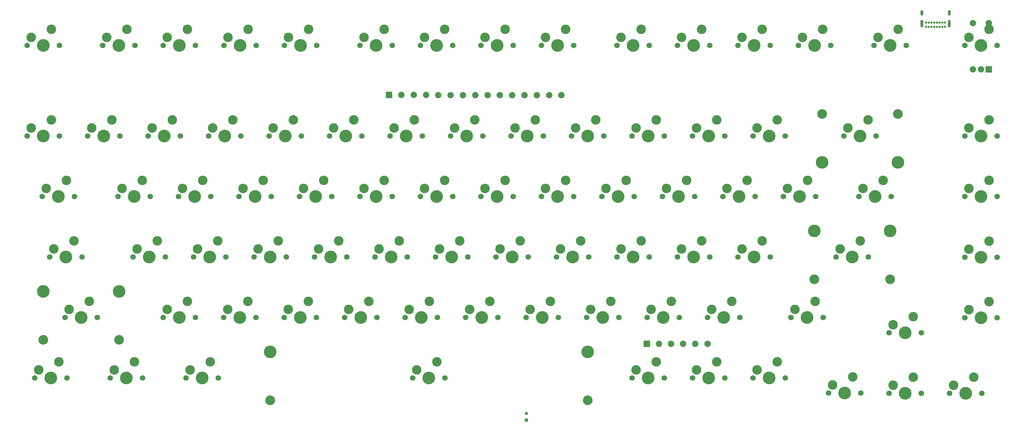
<source format=gbr>
%TF.GenerationSoftware,KiCad,Pcbnew,(6.0.0)*%
%TF.CreationDate,2022-01-14T20:24:59+07:00*%
%TF.ProjectId,fese75,66657365-3735-42e6-9b69-6361645f7063,rev?*%
%TF.SameCoordinates,Original*%
%TF.FileFunction,Soldermask,Top*%
%TF.FilePolarity,Negative*%
%FSLAX46Y46*%
G04 Gerber Fmt 4.6, Leading zero omitted, Abs format (unit mm)*
G04 Created by KiCad (PCBNEW (6.0.0)) date 2022-01-14 20:24:59*
%MOMM*%
%LPD*%
G01*
G04 APERTURE LIST*
%ADD10C,4.000000*%
%ADD11C,1.750000*%
%ADD12C,3.000000*%
%ADD13C,1.000000*%
%ADD14C,0.700000*%
%ADD15O,0.900000X2.400000*%
%ADD16O,0.900000X1.700000*%
%ADD17C,3.987800*%
%ADD18C,3.048000*%
%ADD19R,1.000000X1.000000*%
%ADD20C,2.000000*%
%ADD21R,2.000000X2.000000*%
G04 APERTURE END LIST*
D10*
%TO.C,R1*%
X128181250Y-107993750D03*
D11*
X133261250Y-107993750D03*
D12*
X130721250Y-102913750D03*
D11*
X123101250Y-107993750D03*
D12*
X124371250Y-105453750D03*
%TD*%
%TO.C,H1*%
X173583750Y-121963750D03*
X167233750Y-124503750D03*
D11*
X176123750Y-127043750D03*
D10*
X171043750Y-127043750D03*
D11*
X165963750Y-127043750D03*
%TD*%
D10*
%TO.C,/1*%
X256768750Y-146093750D03*
D11*
X251688750Y-146093750D03*
X261848750Y-146093750D03*
D12*
X259308750Y-141013750D03*
X252958750Y-143553750D03*
%TD*%
D11*
%TO.C,[1*%
X266611250Y-107993750D03*
X256451250Y-107993750D03*
D10*
X261531250Y-107993750D03*
D12*
X264071250Y-102913750D03*
X257721250Y-105453750D03*
%TD*%
D11*
%TO.C,MX8*%
X189776250Y-88943750D03*
D12*
X191046250Y-86403750D03*
D10*
X194856250Y-88943750D03*
D11*
X199936250Y-88943750D03*
D12*
X197396250Y-83863750D03*
%TD*%
D10*
%TO.C,UP1*%
X313918750Y-150856250D03*
D12*
X310108750Y-148316250D03*
D11*
X318998750Y-150856250D03*
X308838750Y-150856250D03*
D12*
X316458750Y-145776250D03*
%TD*%
D11*
%TO.C,F7*%
X190454106Y-60368750D03*
D12*
X187914106Y-55288750D03*
X181564106Y-57828750D03*
D10*
X185374106Y-60368750D03*
D11*
X180294106Y-60368750D03*
%TD*%
D10*
%TO.C,WIN1*%
X68650000Y-165143750D03*
D12*
X71190000Y-160063750D03*
D11*
X63570000Y-165143750D03*
X73730000Y-165143750D03*
D12*
X64840000Y-162603750D03*
%TD*%
D10*
%TO.C,MX6*%
X156756250Y-88943750D03*
D12*
X159296250Y-83863750D03*
D11*
X161836250Y-88943750D03*
D12*
X152946250Y-86403750D03*
D11*
X151676250Y-88943750D03*
%TD*%
D12*
%TO.C,TAB1*%
X43408750Y-105453750D03*
D11*
X52298750Y-107993750D03*
X42138750Y-107993750D03*
D10*
X47218750Y-107993750D03*
D12*
X49758750Y-102913750D03*
%TD*%
%TO.C,MX7*%
X171996250Y-86403750D03*
D10*
X175806250Y-88943750D03*
D11*
X180886250Y-88943750D03*
X170726250Y-88943750D03*
D12*
X178346250Y-83863750D03*
%TD*%
%TO.C,MX5*%
X140246250Y-83863750D03*
X133896250Y-86403750D03*
D10*
X137706250Y-88943750D03*
D11*
X142786250Y-88943750D03*
X132626250Y-88943750D03*
%TD*%
D12*
%TO.C,Q1*%
X67221250Y-105453750D03*
X73571250Y-102913750D03*
D11*
X76111250Y-107993750D03*
D10*
X71031250Y-107993750D03*
D11*
X65951250Y-107993750D03*
%TD*%
D10*
%TO.C,BACK1*%
X299631250Y-88943750D03*
D12*
X302171250Y-83863750D03*
D11*
X294551250Y-88943750D03*
X304711250Y-88943750D03*
D12*
X295821250Y-86403750D03*
%TD*%
%TO.C,E1*%
X111671250Y-102913750D03*
D10*
X109131250Y-107993750D03*
D12*
X105321250Y-105453750D03*
D11*
X114211250Y-107993750D03*
X104051250Y-107993750D03*
%TD*%
D12*
%TO.C,;1*%
X243433750Y-124503750D03*
D11*
X242163750Y-127043750D03*
X252323750Y-127043750D03*
D10*
X247243750Y-127043750D03*
D12*
X249783750Y-121963750D03*
%TD*%
D11*
%TO.C,\u002C1*%
X213588750Y-146093750D03*
X223748750Y-146093750D03*
D12*
X214858750Y-143553750D03*
X221208750Y-141013750D03*
D10*
X218668750Y-146093750D03*
%TD*%
D11*
%TO.C,P1*%
X247561250Y-107993750D03*
X237401250Y-107993750D03*
D10*
X242481250Y-107993750D03*
D12*
X238671250Y-105453750D03*
X245021250Y-102913750D03*
%TD*%
D11*
%TO.C,ALT2*%
X238036250Y-165143750D03*
D12*
X235496250Y-160063750D03*
D10*
X232956250Y-165143750D03*
D11*
X227876250Y-165143750D03*
D12*
X229146250Y-162603750D03*
%TD*%
%TO.C,X1*%
X106908750Y-141013750D03*
D10*
X104368750Y-146093750D03*
D11*
X99288750Y-146093750D03*
X109448750Y-146093750D03*
D12*
X100558750Y-143553750D03*
%TD*%
D11*
%TO.C,ENTER1*%
X302330000Y-127043750D03*
D12*
X293440000Y-124503750D03*
D10*
X297250000Y-127043750D03*
D11*
X292170000Y-127043750D03*
D12*
X299790000Y-121963750D03*
%TD*%
D13*
%TO.C,TP1*%
X194600000Y-176300000D03*
%TD*%
D12*
%TO.C,OPT3*%
X340271250Y-102926250D03*
X333921250Y-105466250D03*
D10*
X337731250Y-108006250D03*
D11*
X342811250Y-108006250D03*
X332651250Y-108006250D03*
%TD*%
D12*
%TO.C,F5*%
X149771250Y-55288750D03*
X143421250Y-57828750D03*
D10*
X147231250Y-60368750D03*
D11*
X142151250Y-60368750D03*
X152311250Y-60368750D03*
%TD*%
D12*
%TO.C,F9*%
X230745656Y-55288750D03*
D11*
X223125656Y-60368750D03*
D10*
X228205656Y-60368750D03*
D12*
X224395656Y-57828750D03*
D11*
X233285656Y-60368750D03*
%TD*%
D12*
%TO.C,OPT2*%
X340271250Y-83863750D03*
D11*
X342811250Y-88943750D03*
D12*
X333921250Y-86403750D03*
D10*
X337731250Y-88943750D03*
D11*
X332651250Y-88943750D03*
%TD*%
%TO.C,ALT1*%
X97542500Y-165143750D03*
X87382500Y-165143750D03*
D10*
X92462500Y-165143750D03*
D12*
X95002500Y-160063750D03*
X88652500Y-162603750D03*
%TD*%
D11*
%TO.C,`~1*%
X47536250Y-88943750D03*
X37376250Y-88943750D03*
D12*
X44996250Y-83863750D03*
X38646250Y-86403750D03*
D10*
X42456250Y-88943750D03*
%TD*%
%TO.C,J1*%
X190093750Y-127043750D03*
D12*
X192633750Y-121963750D03*
D11*
X185013750Y-127043750D03*
X195173750Y-127043750D03*
D12*
X186283750Y-124503750D03*
%TD*%
D11*
%TO.C,O1*%
X228511250Y-107993750D03*
D12*
X219621250Y-105453750D03*
D10*
X223431250Y-107993750D03*
D11*
X218351250Y-107993750D03*
D12*
X225971250Y-102913750D03*
%TD*%
D10*
%TO.C,F13*%
X132943750Y-127043750D03*
D11*
X127863750Y-127043750D03*
D12*
X129133750Y-124503750D03*
X135483750Y-121963750D03*
D11*
X138023750Y-127043750D03*
%TD*%
%TO.C,L1*%
X223113750Y-127043750D03*
D12*
X224383750Y-124503750D03*
D11*
X233273750Y-127043750D03*
D10*
X228193750Y-127043750D03*
D12*
X230733750Y-121963750D03*
%TD*%
D10*
%TO.C,B1*%
X161518750Y-146093750D03*
D12*
X164058750Y-141013750D03*
X157708750Y-143553750D03*
D11*
X166598750Y-146093750D03*
X156438750Y-146093750D03*
%TD*%
D14*
%TO.C,J2*%
X326443750Y-54537500D03*
X325593750Y-54537500D03*
X324743750Y-54537500D03*
X323893750Y-54537500D03*
X323043750Y-54537500D03*
X322193750Y-54537500D03*
X321343750Y-54537500D03*
X320493750Y-54537500D03*
X320493750Y-53187500D03*
X321343750Y-53187500D03*
X322193750Y-53187500D03*
X323043750Y-53187500D03*
X323893750Y-53187500D03*
X324743750Y-53187500D03*
X325593750Y-53187500D03*
X326443750Y-53187500D03*
D15*
X319143750Y-53557500D03*
X327793750Y-53557500D03*
D16*
X319143750Y-50177500D03*
X327793750Y-50177500D03*
%TD*%
D11*
%TO.C,MX9*%
X218986250Y-88943750D03*
D12*
X210096250Y-86403750D03*
D10*
X213906250Y-88943750D03*
D12*
X216446250Y-83863750D03*
D11*
X208826250Y-88943750D03*
%TD*%
D12*
%TO.C,SPACE1*%
X160090000Y-162603750D03*
D11*
X168980000Y-165143750D03*
X158820000Y-165143750D03*
D12*
X166440000Y-160063750D03*
D10*
X163900000Y-165143750D03*
%TD*%
D11*
%TO.C,F1*%
X61188750Y-60368750D03*
D12*
X62458750Y-57828750D03*
D10*
X66268750Y-60368750D03*
D12*
X68808750Y-55288750D03*
D11*
X71348750Y-60368750D03*
%TD*%
%TO.C,DEL1*%
X314236250Y-60368750D03*
D10*
X309156250Y-60368750D03*
D11*
X304076250Y-60368750D03*
D12*
X305346250Y-57828750D03*
X311696250Y-55288750D03*
%TD*%
D10*
%TO.C,D46*%
X113893750Y-127043750D03*
D12*
X110083750Y-124503750D03*
X116433750Y-121963750D03*
D11*
X108813750Y-127043750D03*
X118973750Y-127043750D03*
%TD*%
D17*
%TO.C,REF\u002A\u002A*%
X287693250Y-97198750D03*
D18*
X287693250Y-81958750D03*
D17*
X311569250Y-97198750D03*
D18*
X311569250Y-81958750D03*
%TD*%
D12*
%TO.C,U1*%
X181521250Y-105453750D03*
D11*
X190411250Y-107993750D03*
D12*
X187871250Y-102913750D03*
D10*
X185331250Y-107993750D03*
D11*
X180251250Y-107993750D03*
%TD*%
D12*
%TO.C,V1*%
X138658750Y-143553750D03*
X145008750Y-141013750D03*
D11*
X137388750Y-146093750D03*
X147548750Y-146093750D03*
D10*
X142468750Y-146093750D03*
%TD*%
D12*
%TO.C,G1*%
X148183750Y-124503750D03*
D11*
X157073750Y-127043750D03*
D10*
X151993750Y-127043750D03*
D11*
X146913750Y-127043750D03*
D12*
X154533750Y-121963750D03*
%TD*%
%TO.C,Z1*%
X81508750Y-143553750D03*
D11*
X90398750Y-146093750D03*
D10*
X85318750Y-146093750D03*
D12*
X87858750Y-141013750D03*
D11*
X80238750Y-146093750D03*
%TD*%
%TO.C,'1*%
X271373750Y-127043750D03*
D12*
X268833750Y-121963750D03*
D11*
X261213750Y-127043750D03*
D12*
X262483750Y-124503750D03*
D10*
X266293750Y-127043750D03*
%TD*%
%TO.C,CTL1*%
X271056250Y-165143750D03*
D11*
X265976250Y-165143750D03*
D12*
X267246250Y-162603750D03*
D11*
X276136250Y-165143750D03*
D12*
X273596250Y-160063750D03*
%TD*%
D11*
%TO.C,Y1*%
X161201250Y-107993750D03*
D12*
X162471250Y-105453750D03*
X168821250Y-102913750D03*
D10*
X166281250Y-107993750D03*
D11*
X171361250Y-107993750D03*
%TD*%
%TO.C,W1*%
X85001250Y-107993750D03*
D12*
X92621250Y-102913750D03*
X86271250Y-105453750D03*
D10*
X90081250Y-107993750D03*
D11*
X95161250Y-107993750D03*
%TD*%
%TO.C,F3*%
X99306309Y-60368750D03*
X109466309Y-60368750D03*
D10*
X104386309Y-60368750D03*
D12*
X100576309Y-57828750D03*
X106926309Y-55288750D03*
%TD*%
D10*
%TO.C,LEFT1*%
X294850000Y-169887500D03*
D11*
X289770000Y-169887500D03*
D12*
X297390000Y-164807500D03*
D11*
X299930000Y-169887500D03*
D12*
X291040000Y-167347500D03*
%TD*%
%TO.C,C1*%
X125958750Y-141013750D03*
D11*
X118338750Y-146093750D03*
D12*
X119608750Y-143553750D03*
D11*
X128498750Y-146093750D03*
D10*
X123418750Y-146093750D03*
%TD*%
D11*
%TO.C,F8*%
X199365534Y-60368750D03*
D12*
X206985534Y-55288750D03*
D11*
X209525534Y-60368750D03*
D10*
X204445534Y-60368750D03*
D12*
X200635534Y-57828750D03*
%TD*%
D11*
%TO.C,]1*%
X275501250Y-107993750D03*
D12*
X283121250Y-102913750D03*
D10*
X280581250Y-107993750D03*
D12*
X276771250Y-105453750D03*
D11*
X285661250Y-107993750D03*
%TD*%
%TO.C,K1*%
X214223750Y-127043750D03*
D12*
X205333750Y-124503750D03*
X211683750Y-121963750D03*
D10*
X209143750Y-127043750D03*
D11*
X204063750Y-127043750D03*
%TD*%
D12*
%TO.C,F4*%
X125993868Y-55288750D03*
D10*
X123453868Y-60368750D03*
D11*
X118373868Y-60368750D03*
D12*
X119643868Y-57828750D03*
D11*
X128533868Y-60368750D03*
%TD*%
D10*
%TO.C,DOWN1*%
X313918750Y-169906250D03*
D11*
X318998750Y-169906250D03*
X308838750Y-169906250D03*
D12*
X310108750Y-167366250D03*
X316458750Y-164826250D03*
%TD*%
D10*
%TO.C,OPT5*%
X337731250Y-146131250D03*
D11*
X332651250Y-146131250D03*
D12*
X340271250Y-141051250D03*
D11*
X342811250Y-146131250D03*
D12*
X333921250Y-143591250D03*
%TD*%
D11*
%TO.C,FN1*%
X257086250Y-165143750D03*
X246926250Y-165143750D03*
D12*
X248196250Y-162603750D03*
D10*
X252006250Y-165143750D03*
D12*
X254546250Y-160063750D03*
%TD*%
D17*
%TO.C,REF\u002A\u002A*%
X66300500Y-137838750D03*
D18*
X66300500Y-153078750D03*
D17*
X42424500Y-137838750D03*
D18*
X42424500Y-153078750D03*
%TD*%
D11*
%TO.C,F12*%
X290399938Y-60368750D03*
X280239938Y-60368750D03*
D10*
X285319938Y-60368750D03*
D12*
X281509938Y-57828750D03*
X287859938Y-55288750D03*
%TD*%
D11*
%TO.C,R_SHIFT1*%
X288042500Y-146093750D03*
X277882500Y-146093750D03*
D12*
X285502500Y-141013750D03*
X279152500Y-143553750D03*
D10*
X282962500Y-146093750D03*
%TD*%
D18*
%TO.C,REF\u002A\u002A*%
X285312000Y-134028750D03*
X309188000Y-134028750D03*
D17*
X309188000Y-118788750D03*
X285312000Y-118788750D03*
%TD*%
D10*
%TO.C,esc1*%
X42456250Y-60368750D03*
D12*
X44996250Y-55288750D03*
D11*
X47536250Y-60368750D03*
D12*
X38646250Y-57828750D03*
D11*
X37376250Y-60368750D03*
%TD*%
%TO.C,\u005C1*%
X299313750Y-107993750D03*
X309473750Y-107993750D03*
D10*
X304393750Y-107993750D03*
D12*
X306933750Y-102913750D03*
X300583750Y-105453750D03*
%TD*%
D11*
%TO.C,OPT4*%
X342811250Y-127068750D03*
X332651250Y-127068750D03*
D12*
X340271250Y-121988750D03*
X333921250Y-124528750D03*
D10*
X337731250Y-127068750D03*
%TD*%
D12*
%TO.C,F11*%
X262471844Y-57828750D03*
X268821844Y-55288750D03*
D10*
X266281844Y-60368750D03*
D11*
X271361844Y-60368750D03*
X261201844Y-60368750D03*
%TD*%
%TO.C,A1*%
X80873750Y-127043750D03*
D12*
X78333750Y-121963750D03*
X71983750Y-124503750D03*
D11*
X70713750Y-127043750D03*
D10*
X75793750Y-127043750D03*
%TD*%
D12*
%TO.C,MX3*%
X95796250Y-86403750D03*
D10*
X99606250Y-88943750D03*
D11*
X94526250Y-88943750D03*
D12*
X102146250Y-83863750D03*
D11*
X104686250Y-88943750D03*
%TD*%
%TO.C,MX4*%
X123736250Y-88943750D03*
D10*
X118656250Y-88943750D03*
D12*
X121196250Y-83863750D03*
D11*
X113576250Y-88943750D03*
D12*
X114846250Y-86403750D03*
%TD*%
D10*
%TO.C,MX2*%
X80556250Y-88943750D03*
D12*
X76746250Y-86403750D03*
D11*
X75476250Y-88943750D03*
D12*
X83096250Y-83863750D03*
D11*
X85636250Y-88943750D03*
%TD*%
%TO.C,I1*%
X209461250Y-107993750D03*
X199301250Y-107993750D03*
D12*
X206921250Y-102913750D03*
D10*
X204381250Y-107993750D03*
D12*
X200571250Y-105453750D03*
%TD*%
D11*
%TO.C,MX1*%
X56426250Y-88943750D03*
D10*
X61506250Y-88943750D03*
D11*
X66586250Y-88943750D03*
D12*
X57696250Y-86403750D03*
X64046250Y-83863750D03*
%TD*%
%TO.C,.1*%
X233908750Y-143553750D03*
D11*
X232638750Y-146093750D03*
D12*
X240258750Y-141013750D03*
D11*
X242798750Y-146093750D03*
D10*
X237718750Y-146093750D03*
%TD*%
D12*
%TO.C,F6*%
X162492678Y-57828750D03*
D11*
X161222678Y-60368750D03*
X171382678Y-60368750D03*
D10*
X166302678Y-60368750D03*
D12*
X168842678Y-55288750D03*
%TD*%
D10*
%TO.C,CAPS1*%
X49600000Y-127043750D03*
D12*
X52140000Y-121963750D03*
D11*
X44520000Y-127043750D03*
D12*
X45790000Y-124503750D03*
D11*
X54680000Y-127043750D03*
%TD*%
D12*
%TO.C,RIGHT1*%
X335508750Y-164826250D03*
X329158750Y-167366250D03*
D11*
X327888750Y-169906250D03*
D10*
X332968750Y-169906250D03*
D11*
X338048750Y-169906250D03*
%TD*%
D12*
%TO.C,L_SHIFT1*%
X50552500Y-143553750D03*
D11*
X49282500Y-146093750D03*
X59442500Y-146093750D03*
D10*
X54362500Y-146093750D03*
D12*
X56902500Y-141013750D03*
%TD*%
D10*
%TO.C,F10*%
X247243750Y-60368750D03*
D12*
X243433750Y-57828750D03*
D11*
X242163750Y-60368750D03*
D12*
X249783750Y-55288750D03*
D11*
X252323750Y-60368750D03*
%TD*%
D10*
%TO.C,M1*%
X199618750Y-146093750D03*
D12*
X195808750Y-143553750D03*
D11*
X194538750Y-146093750D03*
D12*
X202158750Y-141013750D03*
D11*
X204698750Y-146093750D03*
%TD*%
%TO.C,+1*%
X276136250Y-88943750D03*
X265976250Y-88943750D03*
D12*
X267246250Y-86403750D03*
X273596250Y-83863750D03*
D10*
X271056250Y-88943750D03*
%TD*%
D19*
%TO.C,TP2*%
X194600000Y-178400000D03*
%TD*%
D11*
%TO.C,F2*%
X80238750Y-60368750D03*
D12*
X81508750Y-57828750D03*
D10*
X85318750Y-60368750D03*
D12*
X87858750Y-55288750D03*
D11*
X90398750Y-60368750D03*
%TD*%
D10*
%TO.C,N1*%
X180568750Y-146093750D03*
D11*
X185648750Y-146093750D03*
D12*
X176758750Y-143553750D03*
D11*
X175488750Y-146093750D03*
D12*
X183108750Y-141013750D03*
%TD*%
D10*
%TO.C,MX10*%
X232956250Y-88943750D03*
D11*
X227876250Y-88943750D03*
D12*
X229146250Y-86403750D03*
X235496250Y-83863750D03*
D11*
X238036250Y-88943750D03*
%TD*%
%TO.C,-1*%
X246926250Y-88943750D03*
D12*
X248196250Y-86403750D03*
X254546250Y-83863750D03*
D10*
X252006250Y-88943750D03*
D11*
X257086250Y-88943750D03*
%TD*%
D10*
%TO.C,CLT1*%
X44837500Y-165143750D03*
D12*
X47377500Y-160063750D03*
D11*
X49917500Y-165143750D03*
D12*
X41027500Y-162603750D03*
D11*
X39757500Y-165143750D03*
%TD*%
%TO.C,S1*%
X99923750Y-127043750D03*
D12*
X91033750Y-124503750D03*
D11*
X89763750Y-127043750D03*
D10*
X94843750Y-127043750D03*
D12*
X97383750Y-121963750D03*
%TD*%
D10*
%TO.C,T1*%
X147231250Y-107993750D03*
D12*
X143421250Y-105453750D03*
D11*
X152311250Y-107993750D03*
X142151250Y-107993750D03*
D12*
X149771250Y-102913750D03*
%TD*%
D11*
%TO.C,OPT1*%
X332651250Y-60368750D03*
D12*
X333921250Y-57828750D03*
D11*
X342811250Y-60368750D03*
D12*
X340271250Y-55288750D03*
D10*
X337731250Y-60368750D03*
%TD*%
D18*
%TO.C,REF\u002A\u002A*%
X213900000Y-172128750D03*
D17*
X113900000Y-156888750D03*
X213900000Y-156888750D03*
D18*
X113900000Y-172128750D03*
%TD*%
D20*
%TO.C,TP13*%
X190131250Y-76043750D03*
%TD*%
%TO.C,TP4*%
X155224111Y-75943750D03*
%TD*%
D21*
%TO.C,TP3*%
X151345540Y-75943750D03*
%TD*%
D20*
%TO.C,TP9*%
X174616966Y-76043750D03*
%TD*%
%TO.C,TP7*%
X166859824Y-76043750D03*
%TD*%
%TO.C,TP14*%
X194009821Y-76043750D03*
%TD*%
%TO.C,TP5*%
X159102682Y-75943750D03*
%TD*%
%TO.C,TP11*%
X182374108Y-76043750D03*
%TD*%
%TO.C,TP10*%
X178495537Y-76043750D03*
%TD*%
D21*
%TO.C,SW1*%
X340250000Y-67887500D03*
D20*
X335250000Y-67887500D03*
X337750000Y-67887500D03*
X335250000Y-53387500D03*
X340250000Y-53387500D03*
%TD*%
%TO.C,TP15*%
X197888392Y-76043750D03*
%TD*%
%TO.C,TP20*%
X240171250Y-154343750D03*
%TD*%
%TO.C,TP16*%
X201766963Y-76043750D03*
%TD*%
%TO.C,TP23*%
X251631250Y-154343750D03*
%TD*%
%TO.C,TP22*%
X247811250Y-154343750D03*
%TD*%
%TO.C,TP19*%
X236351250Y-154343750D03*
%TD*%
%TO.C,TP6*%
X162981253Y-75943750D03*
%TD*%
%TO.C,TP12*%
X186252679Y-76043750D03*
%TD*%
D21*
%TO.C,TP18*%
X232531250Y-154343750D03*
%TD*%
D20*
%TO.C,TP21*%
X243991250Y-154343750D03*
%TD*%
%TO.C,TP17*%
X205645540Y-76043750D03*
%TD*%
%TO.C,TP8*%
X170738395Y-76043750D03*
%TD*%
M02*

</source>
